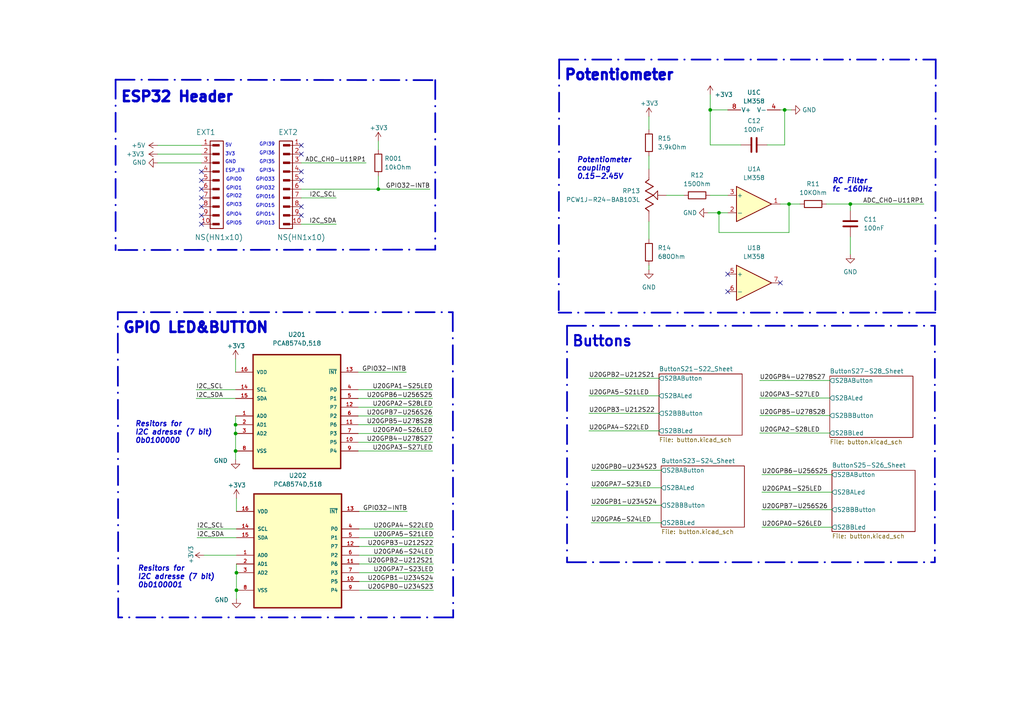
<source format=kicad_sch>
(kicad_sch (version 20211123) (generator eeschema)
  (paper "A4")
  (title_block (title "Peripheral Board") (company "Help-Tec Automation"))
  (lib_symbols
    (symbol "Amplifier_Operational:LM358" (pin_names (offset 0.127))
      (property "Reference" "U" (at 0 5.08 0))
      (property "Value" "LM358" (at 0 -5.08 0))
      (symbol "LM358_1_1"
        (polyline (pts (xy -5.08 5.08) (xy 5.08 0) (xy -5.08 -5.08) (xy -5.08 5.08)) (stroke (width 0.254)) (fill (type background)))
        (pin output line (at 7.62 0 180) (length 2.54) (name "~") (number "1"))
        (pin input line (at -7.62 -2.54 0) (length 2.54) (name "-") (number "2"))
        (pin input line (at -7.62 2.54 0) (length 2.54) (name "+") (number "3"))
      )
      (symbol "LM358_2_1"
        (polyline (pts (xy -5.08 5.08) (xy 5.08 0) (xy -5.08 -5.08) (xy -5.08 5.08)) (stroke (width 0.254)) (fill (type background)))
        (pin input line (at -7.62 2.54 0) (length 2.54) (name "+") (number "5"))
        (pin input line (at -7.62 -2.54 0) (length 2.54) (name "-") (number "6"))
        (pin output line (at 7.62 0 180) (length 2.54) (name "~") (number "7"))
      )
      (symbol "LM358_3_1"
        (pin power_in line (at -2.54 -7.62 90) (length 3.81) (name "V-") (number "4"))
        (pin power_in line (at -2.54 7.62 270) (length 3.81) (name "V+") (number "8"))
      )
    )
    (symbol "CON10_1" (pin_names (offset 1.016))
      (property "Reference" "EXT1" (at 1.27 13.97 0))
      (property "Value" "NS(HN1x10)" (at -2.54 -16.51 0))
      (symbol "CON10_1_0_0"
        (rectangle (start -2.6416 -12.8524) (end -0.8636 -12.4968))
        (rectangle (start -2.6416 -7.7724) (end -0.8636 -7.4168))
        (rectangle (start -2.6416 -5.2324) (end -0.8636 -4.8768))
        (rectangle (start -2.6416 -2.6924) (end -0.8636 -2.3368))
        (rectangle (start -2.6416 -0.1524) (end -0.8636 0.2032))
        (rectangle (start -2.6416 2.3876) (end -0.8636 2.7432))
        (rectangle (start -2.6416 4.9276) (end -0.8636 5.2832))
        (rectangle (start -2.6416 7.4676) (end -0.8636 7.8232))
        (rectangle (start -2.6162 -12.7508) (end -0.9652 -12.6492))
        (rectangle (start -2.6162 -10.3124) (end -0.8382 -9.9568))
        (rectangle (start -2.6162 -7.6708) (end -0.9652 -7.5692))
        (rectangle (start -2.6162 -5.1308) (end -0.9652 -5.0292))
        (rectangle (start -2.6162 -2.5908) (end -0.9652 -2.4892))
        (rectangle (start -2.6162 -0.0508) (end -0.9652 0.0508))
        (rectangle (start -2.6162 2.4892) (end -0.9652 2.5908))
        (rectangle (start -2.6162 5.0292) (end -0.9652 5.1308))
        (rectangle (start -2.6162 7.5692) (end -0.9652 7.6708))
        (rectangle (start -2.6162 10.0076) (end -0.8382 10.3632))
        (rectangle (start -2.5908 -10.1854) (end -0.9398 -10.0838))
        (rectangle (start -2.5908 10.1346) (end -0.9398 10.2362))
        (rectangle (start -0.9652 -12.573) (end -2.6416 -12.7762))
        (rectangle (start -0.9652 -7.493) (end -2.6416 -7.6962))
        (rectangle (start -0.9652 -4.953) (end -2.6416 -5.1562))
        (rectangle (start -0.9652 -2.413) (end -2.6416 -2.6162))
        (rectangle (start -0.9652 0.127) (end -2.6416 -0.0762))
        (rectangle (start -0.9652 2.667) (end -2.6416 2.4638))
        (rectangle (start -0.9652 5.207) (end -2.6416 5.0038))
        (rectangle (start -0.9652 7.747) (end -2.6416 7.5438))
        (rectangle (start -0.8636 -10.0584) (end -2.54 -10.2616))
        (rectangle (start -0.8636 10.2616) (end -2.54 10.0584))
        (rectangle (start -0.7366 -12.3952) (end -2.667 -12.954))
        (rectangle (start -0.7366 -9.8552) (end -2.667 -10.414))
        (rectangle (start -0.7366 -7.3152) (end -2.667 -7.874))
        (rectangle (start -0.7366 -4.7752) (end -2.667 -5.334))
        (rectangle (start -0.7366 -2.2352) (end -2.667 -2.794))
        (rectangle (start -0.7366 0.3048) (end -2.667 -0.254))
        (rectangle (start -0.7366 2.8448) (end -2.667 2.286))
        (rectangle (start -0.7366 5.3848) (end -2.667 4.826))
        (rectangle (start -0.7366 7.9248) (end -2.667 7.366))
        (rectangle (start -0.7366 10.4648) (end -2.667 9.906))
        (polyline (pts (xy 0 -12.7) (xy -0.762 -12.7)))
        (polyline (pts (xy 0 -10.16) (xy -0.762 -10.16)))
        (polyline (pts (xy 0 -7.62) (xy -0.762 -7.62)))
        (polyline (pts (xy 0 -5.08) (xy -0.762 -5.08)))
        (polyline (pts (xy 0 -2.54) (xy -0.762 -2.54)))
        (polyline (pts (xy 0 0) (xy -0.762 0)))
        (polyline (pts (xy 0 2.54) (xy -0.762 2.54)))
        (polyline (pts (xy 0 5.08) (xy -0.762 5.08)))
        (polyline (pts (xy 0 7.62) (xy -0.762 7.62)))
        (polyline (pts (xy 0 10.16) (xy -0.762 10.16)))
      )
      (symbol "CON10_1_0_1"
        (rectangle (start 0 11.43) (end -3.81 -13.97) (stroke (width 0.254)))
      )
      (symbol "CON10_1_1_1"
        (pin power_out line (at 2.54 10.16 180) (length 2.54) (name "~") (number "1"))
        (pin passive line (at 2.54 -12.7 180) (length 2.54) (name "~") (number "10"))
        (pin power_out line (at 2.54 7.62 180) (length 2.54) (name "~") (number "2"))
        (pin power_out line (at 2.54 5.08 180) (length 2.54) (name "~") (number "3"))
        (pin passive line (at 2.54 2.54 180) (length 2.54) (name "~") (number "4"))
        (pin passive line (at 2.54 0 180) (length 2.54) (name "~") (number "5"))
        (pin passive line (at 2.54 -2.54 180) (length 2.54) (name "~") (number "6"))
        (pin passive line (at 2.54 -5.08 180) (length 2.54) (name "~") (number "7"))
        (pin passive line (at 2.54 -7.62 180) (length 2.54) (name "~") (number "8"))
        (pin passive line (at 2.54 -10.16 180) (length 2.54) (name "~") (number "9"))
      )
    )
    (symbol "Device:C" (pin_numbers hide) (pin_names (offset 0.254))
      (property "Reference" "C" (at 0.635 2.54 0))
      (property "Value" "C" (at 0.635 -2.54 0))
      (symbol "C_0_1"
        (polyline (pts (xy -2.032 -0.762) (xy 2.032 -0.762)) (stroke (width 0.508)))
        (polyline (pts (xy -2.032 0.762) (xy 2.032 0.762)) (stroke (width 0.508)))
      )
      (symbol "C_1_1"
        (pin passive line (at 0 3.81 270) (length 2.794) (name "~") (number "1"))
        (pin passive line (at 0 -3.81 90) (length 2.794) (name "~") (number "2"))
      )
    )
    (symbol "Device:R" (pin_numbers hide) (pin_names (offset 0))
      (property "Reference" "R" (at 2.032 0 90))
      (property "Value" "R" (at 0 0 90))
      (symbol "R_0_1"
        (rectangle (start -1.016 -2.54) (end 1.016 2.54) (stroke (width 0.254)))
      )
      (symbol "R_1_1"
        (pin passive line (at 0 3.81 270) (length 1.27) (name "~") (number "1"))
        (pin passive line (at 0 -3.81 90) (length 1.27) (name "~") (number "2"))
      )
    )
    (symbol "ESP32-PoE-ISO_Rev_H:+3.3V" (power) (pin_names (offset 0))
      (property "Value" "+3.3V" (at 0 3.556 0))
      (symbol "+3.3V_0_1"
        (polyline (pts (xy -0.762 1.27) (xy 0 2.54)))
        (polyline (pts (xy 0 0) (xy 0 2.54)))
        (polyline (pts (xy 0 2.54) (xy 0.762 1.27)))
      )
      (symbol "+3.3V_1_1"
        (pin power_in line (at 0 0 90) (length 0) hide (name "+3V3") (number "1"))
      )
    )
    (symbol "ESP32-PoE-ISO_Rev_H:+5V" (power) (pin_names (offset 0))
      (property "Value" "+5V" (at 0 3.556 0))
      (symbol "+5V_0_1"
        (polyline (pts (xy -0.762 1.27) (xy 0 2.54)))
        (polyline (pts (xy 0 0) (xy 0 2.54)))
        (polyline (pts (xy 0 2.54) (xy 0.762 1.27)))
      )
      (symbol "+5V_1_1"
        (pin power_in line (at 0 0 90) (length 0) hide (name "+5V") (number "1"))
      )
    )
    (symbol "ESP32-PoE-ISO_Rev_H:CON10" (pin_names (offset 1.016))
      (property "Reference" "CON" (at -1.27 12.7 0))
      (property "Value" "CON10" (at -1.27 -15.24 0))
      (symbol "CON10_0_0"
        (rectangle (start -2.6416 -12.8524) (end -0.8636 -12.4968))
        (rectangle (start -2.6416 -7.7724) (end -0.8636 -7.4168))
        (rectangle (start -2.6416 -5.2324) (end -0.8636 -4.8768))
        (rectangle (start -2.6416 -2.6924) (end -0.8636 -2.3368))
        (rectangle (start -2.6416 -0.1524) (end -0.8636 0.2032))
        (rectangle (start -2.6416 2.3876) (end -0.8636 2.7432))
        (rectangle (start -2.6416 4.9276) (end -0.8636 5.2832))
        (rectangle (start -2.6416 7.4676) (end -0.8636 7.8232))
        (rectangle (start -2.6162 -12.7508) (end -0.9652 -12.6492))
        (rectangle (start -2.6162 -10.3124) (end -0.8382 -9.9568))
        (rectangle (start -2.6162 -7.6708) (end -0.9652 -7.5692))
        (rectangle (start -2.6162 -5.1308) (end -0.9652 -5.0292))
        (rectangle (start -2.6162 -2.5908) (end -0.9652 -2.4892))
        (rectangle (start -2.6162 -0.0508) (end -0.9652 0.0508))
        (rectangle (start -2.6162 2.4892) (end -0.9652 2.5908))
        (rectangle (start -2.6162 5.0292) (end -0.9652 5.1308))
        (rectangle (start -2.6162 7.5692) (end -0.9652 7.6708))
        (rectangle (start -2.6162 10.0076) (end -0.8382 10.3632))
        (rectangle (start -2.5908 -10.1854) (end -0.9398 -10.0838))
        (rectangle (start -2.5908 10.1346) (end -0.9398 10.2362))
        (rectangle (start -0.9652 -12.573) (end -2.6416 -12.7762))
        (rectangle (start -0.9652 -7.493) (end -2.6416 -7.6962))
        (rectangle (start -0.9652 -4.953) (end -2.6416 -5.1562))
        (rectangle (start -0.9652 -2.413) (end -2.6416 -2.6162))
        (rectangle (start -0.9652 0.127) (end -2.6416 -0.0762))
        (rectangle (start -0.9652 2.667) (end -2.6416 2.4638))
        (rectangle (start -0.9652 5.207) (end -2.6416 5.0038))
        (rectangle (start -0.9652 7.747) (end -2.6416 7.5438))
        (rectangle (start -0.8636 -10.0584) (end -2.54 -10.2616))
        (rectangle (start -0.8636 10.2616) (end -2.54 10.0584))
        (rectangle (start -0.7366 -12.3952) (end -2.667 -12.954))
        (rectangle (start -0.7366 -9.8552) (end -2.667 -10.414))
        (rectangle (start -0.7366 -7.3152) (end -2.667 -7.874))
        (rectangle (start -0.7366 -4.7752) (end -2.667 -5.334))
        (rectangle (start -0.7366 -2.2352) (end -2.667 -2.794))
        (rectangle (start -0.7366 0.3048) (end -2.667 -0.254))
        (rectangle (start -0.7366 2.8448) (end -2.667 2.286))
        (rectangle (start -0.7366 5.3848) (end -2.667 4.826))
        (rectangle (start -0.7366 7.9248) (end -2.667 7.366))
        (rectangle (start -0.7366 10.4648) (end -2.667 9.906))
        (polyline (pts (xy 0 -12.7) (xy -0.762 -12.7)))
        (polyline (pts (xy 0 -10.16) (xy -0.762 -10.16)))
        (polyline (pts (xy 0 -7.62) (xy -0.762 -7.62)))
        (polyline (pts (xy 0 -5.08) (xy -0.762 -5.08)))
        (polyline (pts (xy 0 -2.54) (xy -0.762 -2.54)))
        (polyline (pts (xy 0 0) (xy -0.762 0)))
        (polyline (pts (xy 0 2.54) (xy -0.762 2.54)))
        (polyline (pts (xy 0 5.08) (xy -0.762 5.08)))
        (polyline (pts (xy 0 7.62) (xy -0.762 7.62)))
        (polyline (pts (xy 0 10.16) (xy -0.762 10.16)))
      )
      (symbol "CON10_0_1"
        (rectangle (start 0 11.43) (end -3.81 -13.97) (stroke (width 0.254)))
      )
      (symbol "CON10_1_1"
        (pin passive line (at 2.54 10.16 180) (length 2.54) (name "~") (number "1"))
        (pin passive line (at 2.54 -12.7 180) (length 2.54) (name "~") (number "10"))
        (pin passive line (at 2.54 7.62 180) (length 2.54) (name "~") (number "2"))
        (pin passive line (at 2.54 5.08 180) (length 2.54) (name "~") (number "3"))
        (pin passive line (at 2.54 2.54 180) (length 2.54) (name "~") (number "4"))
        (pin passive line (at 2.54 0 180) (length 2.54) (name "~") (number "5"))
        (pin passive line (at 2.54 -2.54 180) (length 2.54) (name "~") (number "6"))
        (pin passive line (at 2.54 -5.08 180) (length 2.54) (name "~") (number "7"))
        (pin passive line (at 2.54 -7.62 180) (length 2.54) (name "~") (number "8"))
        (pin passive line (at 2.54 -10.16 180) (length 2.54) (name "~") (number "9"))
      )
    )
    (symbol "ESP32-PoE-ISO_Rev_H:GND" (power) (pin_names (offset 0))
      (property "Value" "GND" (at 0 -3.81 0))
      (symbol "GND_0_1"
        (polyline (pts (xy 0 0) (xy 0 -1.27) (xy 1.27 -1.27) (xy 0 -2.54) (xy -1.27 -1.27) (xy 0 -1.27)))
      )
      (symbol "GND_1_1"
        (pin power_in line (at 0 0 270) (length 0) hide (name "GND") (number "1"))
      )
    )
    (symbol "PCA8574:PCA8574D,518" (pin_names (offset 1.016))
      (property "Reference" "U202" (at 0 18.034 0))
      (property "Value" "PCA8574D,518" (at 0 15.494 0))
      (symbol "PCA8574D,518_0_0"
        (rectangle (start -12.7 -20.32) (end 12.7 12.7) (stroke (width 0.4064)) (fill (type background)))
        (pin passive line (at -17.78 -5.08 0) (length 5.08) (name "AD0") (number "1"))
        (pin bidirectional line (at 17.78 -12.7 180) (length 5.08) (name "P5") (number "10"))
        (pin bidirectional line (at 17.78 -7.62 180) (length 5.08) (name "P6") (number "11"))
        (pin bidirectional line (at 17.78 -2.54 180) (length 5.08) (name "P7") (number "12"))
        (pin open_collector line (at 17.78 7.62 180) (length 5.08) (name "~{INT}") (number "13"))
        (pin input line (at -17.78 2.54 0) (length 5.08) (name "SCL") (number "14"))
        (pin input line (at -17.78 0 0) (length 5.08) (name "SDA") (number "15"))
        (pin power_in line (at -17.78 7.62 0) (length 5.08) (name "VDD") (number "16"))
        (pin passive line (at -17.78 -7.62 0) (length 5.08) (name "AD1") (number "2"))
        (pin passive line (at -17.78 -10.16 0) (length 5.08) (name "AD2") (number "3"))
        (pin bidirectional line (at 17.78 2.54 180) (length 5.08) (name "P0") (number "4"))
        (pin bidirectional line (at 17.78 0 180) (length 5.08) (name "P1") (number "5"))
        (pin bidirectional line (at 17.78 -5.08 180) (length 5.08) (name "P2") (number "6"))
        (pin bidirectional line (at 17.78 -10.16 180) (length 5.08) (name "P3") (number "7"))
        (pin passive line (at -17.78 -15.24 0) (length 5.08) (name "VSS") (number "8"))
        (pin bidirectional line (at 17.78 -15.24 180) (length 5.08) (name "P4") (number "9"))
      )
    )
    (symbol "PCA8574D,518_1" (pin_names (offset 1.016))
      (property "Reference" "U201" (at 0 18.542 0))
      (property "Value" "PCA8574D,518" (at 0 16.002 0))
      (symbol "PCA8574D,518_1_0_0"
        (rectangle (start -12.7 -20.32) (end 12.7 12.7) (stroke (width 0.4064)) (fill (type background)))
        (pin passive line (at -17.78 -5.08 0) (length 5.08) (name "AD0") (number "1"))
        (pin bidirectional line (at 17.78 -12.7 180) (length 5.08) (name "P5") (number "10"))
        (pin bidirectional line (at 17.78 -7.62 180) (length 5.08) (name "P6") (number "11"))
        (pin bidirectional line (at 17.78 -2.54 180) (length 5.08) (name "P7") (number "12"))
        (pin open_collector line (at 17.78 7.62 180) (length 5.08) (name "~{INT}") (number "13"))
        (pin input line (at -17.78 2.54 0) (length 5.08) (name "SCL") (number "14"))
        (pin input line (at -17.78 0 0) (length 5.08) (name "SDA") (number "15"))
        (pin power_in line (at -17.78 7.62 0) (length 5.08) (name "VDD") (number "16"))
        (pin passive line (at -17.78 -7.62 0) (length 5.08) (name "AD1") (number "2"))
        (pin passive line (at -17.78 -10.16 0) (length 5.08) (name "AD2") (number "3"))
        (pin bidirectional line (at 17.78 2.54 180) (length 5.08) (name "P0") (number "4"))
        (pin bidirectional line (at 17.78 0 180) (length 5.08) (name "P1") (number "5"))
        (pin bidirectional line (at 17.78 -5.08 180) (length 5.08) (name "P2") (number "6"))
        (pin bidirectional line (at 17.78 -10.16 180) (length 5.08) (name "P3") (number "7"))
        (pin passive line (at -17.78 -15.24 0) (length 5.08) (name "VSS") (number "8"))
        (pin bidirectional line (at 17.78 -15.24 180) (length 5.08) (name "P4") (number "9"))
      )
    )
    (symbol "PCW1J-R24-BAB103L:PCW1J-R24-BAB103L" (pin_numbers hide) (pin_names (offset 1.016) hide)
      (property "Reference" "R" (at -5.08 5.08 0))
      (property "Value" "PCW1J-R24-BAB103L" (at -5.08 2.54 0))
      (symbol "PCW1J-R24-BAB103L_0_0"
        (polyline (pts (xy -5.08 0) (xy -4.572 0)) (stroke (width 0.1524)))
        (polyline (pts (xy -4.572 0) (xy -3.81 1.016)) (stroke (width 0.254)))
        (polyline (pts (xy -3.81 1.016) (xy -2.54 -1.27)) (stroke (width 0.254)))
        (polyline (pts (xy -2.54 -1.27) (xy -1.27 1.016)) (stroke (width 0.254)))
        (polyline (pts (xy -1.27 -2.54) (xy 0 -1.27)) (stroke (width 0.2032)))
        (polyline (pts (xy -1.27 1.016) (xy 0 -1.27)) (stroke (width 0.254)))
        (polyline (pts (xy 0 -1.27) (xy 1.27 -2.54)) (stroke (width 0.2032)))
        (polyline (pts (xy 0 -1.27) (xy 1.27 1.016)) (stroke (width 0.254)))
        (polyline (pts (xy 1.27 -2.54) (xy -1.27 -2.54)) (stroke (width 0.2032)))
        (polyline (pts (xy 1.27 1.016) (xy 2.54 -1.27)) (stroke (width 0.254)))
        (polyline (pts (xy 2.54 -1.27) (xy 3.81 1.016)) (stroke (width 0.254)))
        (polyline (pts (xy 3.81 1.016) (xy 4.572 0)) (stroke (width 0.254)))
        (polyline (pts (xy 4.572 0) (xy 5.08 0)) (stroke (width 0.1524)))
        (pin passive line (at -7.62 0 0) (length 2.54) (name "~") (number "1"))
        (pin passive line (at 0 -5.08 90) (length 2.54) (name "~") (number "2"))
        (pin passive line (at 7.62 0 180) (length 2.54) (name "~") (number "3"))
      )
    )
    (symbol "power:GND" (power) (pin_names (offset 0))
      (property "Value" "GND" (at 0 -3.81 0))
      (symbol "GND_0_1"
        (polyline (pts (xy 0 0) (xy 0 -1.27) (xy 1.27 -1.27) (xy 0 -2.54) (xy -1.27 -1.27) (xy 0 -1.27)))
      )
      (symbol "GND_1_1"
        (pin power_in line (at 0 0 270) (length 0) hide (name "GND") (number "1"))
      )
    )
  )
  (junction (at 68.58 166.116))
  (junction (at 227.584 31.877))
  (junction (at 246.634 59.182))
  (junction (at 68.326 125.73))
  (junction (at 68.326 123.19))
  (junction (at 205.994 31.877))
  (junction (at 208.534 61.722))
  (junction (at 68.326 130.81))
  (junction (at 68.58 171.196))
  (junction (at 228.854 59.182))
  (junction (at 109.728 54.864))
  (no_connect (at 58.42 62.484))
  (no_connect (at 87.376 44.704))
  (no_connect (at 58.42 59.944))
  (no_connect (at 58.42 54.864))
  (no_connect (at 87.376 59.944))
  (no_connect (at 87.376 42.164))
  (no_connect (at 87.376 49.784))
  (no_connect (at 211.074 84.582))
  (no_connect (at 211.074 79.502))
  (no_connect (at 226.314 82.042))
  (no_connect (at 58.42 52.324))
  (no_connect (at 58.42 65.024))
  (no_connect (at 58.42 57.404))
  (no_connect (at 87.376 62.484))
  (no_connect (at 58.42 49.784))
  (no_connect (at 87.376 52.324))
  (wire (pts (xy 57.15 153.416) (xy 68.58 153.416)))
  (wire (pts (xy 188.214 76.962) (xy 188.214 78.232)))
  (wire (pts (xy 109.728 40.894) (xy 109.728 43.434)))
  (wire (pts (xy 170.815 124.968) (xy 191.135 124.968)))
  (wire (pts (xy 58.42 44.704) (xy 45.72 44.704)))
  (wire (pts (xy 103.886 128.27) (xy 125.476 128.27)))
  (polyline (pts (xy 34.29 179.07) (xy 34.163 90.551)) (stroke (width 0.5) (type dash_dot)))
  (wire (pts (xy 267.97 59.182) (xy 246.634 59.182)))
  (wire (pts (xy 125.73 158.496) (xy 104.14 158.496)))
  (wire (pts (xy 205.994 27.432) (xy 205.994 31.877)))
  (wire (pts (xy 220.98 147.828) (xy 241.3 147.828)))
  (wire (pts (xy 220.345 115.443) (xy 240.665 115.443)))
  (wire (pts (xy 191.135 109.728) (xy 170.815 109.728)))
  (wire (pts (xy 171.45 141.478) (xy 191.77 141.478)))
  (wire (pts (xy 220.98 137.668) (xy 241.3 137.668)))
  (wire (pts (xy 170.815 119.888) (xy 191.135 119.888)))
  (wire (pts (xy 171.45 146.558) (xy 191.77 146.558)))
  (wire (pts (xy 125.73 166.116) (xy 104.14 166.116)))
  (wire (pts (xy 214.884 42.037) (xy 205.994 42.037)))
  (polyline (pts (xy 34.163 90.551) (xy 131.318 90.551)) (stroke (width 0.5) (type dash_dot)))
  (polyline (pts (xy 162.179 17.272) (xy 271.399 17.272)) (stroke (width 0.5) (type dash_dot)))
  (polyline (pts (xy 271.399 17.272) (xy 271.272 90.678)) (stroke (width 0.5) (type dash_dot)))
  (wire (pts (xy 125.73 161.036) (xy 104.14 161.036)))
  (wire (pts (xy 220.345 110.363) (xy 240.665 110.363)))
  (wire (pts (xy 68.58 166.116) (xy 68.58 171.196)))
  (wire (pts (xy 222.504 42.037) (xy 227.584 42.037)))
  (wire (pts (xy 109.728 54.864) (xy 87.376 54.864)))
  (wire (pts (xy 125.476 115.57) (xy 103.886 115.57)))
  (wire (pts (xy 68.326 123.19) (xy 68.326 125.73)))
  (wire (pts (xy 103.886 130.81) (xy 125.476 130.81)))
  (wire (pts (xy 109.728 51.054) (xy 109.728 54.864)))
  (wire (pts (xy 205.359 61.722) (xy 208.534 61.722)))
  (wire (pts (xy 103.886 125.73) (xy 125.476 125.73)))
  (wire (pts (xy 124.714 54.864) (xy 109.728 54.864)))
  (wire (pts (xy 125.476 120.65) (xy 103.886 120.65)))
  (wire (pts (xy 208.534 67.437) (xy 228.854 67.437)))
  (polyline (pts (xy 131.318 90.551) (xy 131.445 179.07)) (stroke (width 0.5) (type dash_dot)))
  (wire (pts (xy 68.58 155.956) (xy 57.15 155.956)))
  (wire (pts (xy 125.73 163.576) (xy 104.14 163.576)))
  (wire (pts (xy 125.73 155.956) (xy 104.14 155.956)))
  (wire (pts (xy 220.98 152.908) (xy 241.3 152.908)))
  (wire (pts (xy 68.326 125.73) (xy 68.326 130.81)))
  (wire (pts (xy 208.534 61.722) (xy 208.534 67.437)))
  (wire (pts (xy 220.345 120.523) (xy 240.665 120.523)))
  (polyline (pts (xy 271.145 94.488) (xy 271.145 163.068)) (stroke (width 0.5) (type dash_dot)))
  (wire (pts (xy 171.45 136.398) (xy 191.77 136.398)))
  (polyline (pts (xy 126.238 72.39) (xy 33.528 72.517)) (stroke (width 0.5) (type dash_dot)))
  (wire (pts (xy 220.98 142.748) (xy 241.3 142.748)))
  (polyline (pts (xy 164.465 94.488) (xy 164.465 163.068)) (stroke (width 0.5) (type dash_dot)))
  (wire (pts (xy 211.074 31.877) (xy 205.994 31.877)))
  (wire (pts (xy 68.326 104.14) (xy 68.326 107.95)))
  (polyline (pts (xy 131.445 179.07) (xy 34.29 179.07)) (stroke (width 0.5) (type dash_dot)))
  (polyline (pts (xy 164.465 94.488) (xy 271.145 94.488)) (stroke (width 0.5) (type dash_dot)))
  (wire (pts (xy 45.72 42.164) (xy 58.42 42.164)))
  (wire (pts (xy 106.172 47.244) (xy 87.376 47.244)))
  (wire (pts (xy 246.634 68.707) (xy 246.634 73.787)))
  (polyline (pts (xy 126.238 23.241) (xy 126.238 72.39)) (stroke (width 0.5) (type dash_dot)))
  (wire (pts (xy 227.584 31.877) (xy 229.489 31.877)))
  (wire (pts (xy 171.45 151.638) (xy 191.77 151.638)))
  (wire (pts (xy 104.14 148.336) (xy 118.11 148.336)))
  (wire (pts (xy 205.994 42.037) (xy 205.994 31.877)))
  (wire (pts (xy 58.42 47.244) (xy 45.72 47.244)))
  (wire (pts (xy 227.584 42.037) (xy 227.584 31.877)))
  (wire (pts (xy 226.314 31.877) (xy 227.584 31.877)))
  (wire (pts (xy 226.314 59.182) (xy 228.854 59.182)))
  (wire (pts (xy 170.815 114.808) (xy 191.135 114.808)))
  (wire (pts (xy 125.476 118.11) (xy 103.886 118.11)))
  (polyline (pts (xy 33.528 23.114) (xy 33.528 72.517)) (stroke (width 0.5) (type dash_dot)))
  (wire (pts (xy 97.536 65.024) (xy 87.376 65.024)))
  (wire (pts (xy 87.376 57.404) (xy 97.536 57.404)))
  (wire (pts (xy 205.994 56.642) (xy 211.074 56.642)))
  (polyline (pts (xy 271.272 90.678) (xy 162.052 90.678)) (stroke (width 0.5) (type dash_dot)))
  (wire (pts (xy 228.854 67.437) (xy 228.854 59.182)))
  (polyline (pts (xy 33.528 23.114) (xy 126.238 23.241)) (stroke (width 0.5) (type dash_dot)))
  (wire (pts (xy 125.73 168.656) (xy 104.14 168.656)))
  (wire (pts (xy 193.294 56.642) (xy 198.374 56.642)))
  (wire (pts (xy 68.326 130.81) (xy 68.326 133.35)))
  (wire (pts (xy 208.534 61.722) (xy 211.074 61.722)))
  (polyline (pts (xy 164.465 163.068) (xy 271.145 163.068)) (stroke (width 0.5) (type dash_dot)))
  (wire (pts (xy 246.634 59.182) (xy 246.634 61.087)))
  (wire (pts (xy 56.896 113.03) (xy 68.326 113.03)))
  (wire (pts (xy 125.73 153.416) (xy 104.14 153.416)))
  (wire (pts (xy 68.326 115.57) (xy 56.896 115.57)))
  (wire (pts (xy 68.326 120.65) (xy 68.326 123.19)))
  (polyline (pts (xy 162.179 17.272) (xy 162.052 90.678)) (stroke (width 0.5) (type dash_dot)))
  (wire (pts (xy 125.476 113.03) (xy 103.886 113.03)))
  (wire (pts (xy 59.182 161.036) (xy 68.58 161.036)))
  (wire (pts (xy 220.345 125.603) (xy 240.665 125.603)))
  (wire (pts (xy 68.58 171.196) (xy 68.58 173.736)))
  (wire (pts (xy 188.214 33.782) (xy 188.214 37.592)))
  (wire (pts (xy 188.214 45.212) (xy 188.214 49.022)))
  (wire (pts (xy 68.58 163.576) (xy 68.58 166.116)))
  (wire (pts (xy 125.73 171.196) (xy 104.14 171.196)))
  (wire (pts (xy 68.58 144.526) (xy 68.58 148.336)))
  (wire (pts (xy 228.854 59.182) (xy 232.029 59.182)))
  (wire (pts (xy 103.886 107.95) (xy 117.856 107.95)))
  (wire (pts (xy 103.886 123.19) (xy 125.476 123.19)))
  (wire (pts (xy 239.649 59.182) (xy 246.634 59.182)))
  (wire (pts (xy 188.214 64.262) (xy 188.214 69.342)))
  (text "GPIO16" (at 79.756 57.785 180) (effects (font (size 1 1)) (justify right bottom)))
  (text "GND" (at 65.278 47.625 0) (effects (font (size 1 1)) (justify left bottom)))
  (text "GPI39" (at 79.756 42.545 180) (effects (font (size 1 1)) (justify right bottom)))
  (text "Potentiometer\ncoupling\n0.15-2.45V" (at 167.259 52.197 0) (effects (font (size 1.5 1.5) (thickness 0.3) bold italic) (justify left bottom)))
  (text "GPIO32" (at 79.756 55.245 180) (effects (font (size 1 1)) (justify right bottom)))
  (text "Potentiometer" (at 163.449 23.622 0) (effects (font (size 3 3) (thickness 2) bold) (justify left bottom)))
  (text "Buttons" (at 165.735 100.838 0) (effects (font (size 3 3) (thickness 0.6) bold) (justify left bottom)))
  (text "Resitors for\nI2C adresse (7 bit)\n0b0100000" (at 39.116 128.778 0) (effects (font (size 1.5 1.5) (thickness 0.3) bold italic) (justify left bottom)))
  (text "5V" (at 65.278 42.799 0) (effects (font (size 1 1)) (justify left bottom)))
  (text "GPIO2" (at 65.532 57.531 0) (effects (font (size 1 1)) (justify left bottom)))
  (text "GPI35" (at 79.756 47.625 180) (effects (font (size 1 1)) (justify right bottom)))
  (text "GPI34" (at 79.756 50.165 180) (effects (font (size 1 1)) (justify right bottom)))
  (text "GPIO14" (at 79.756 62.865 180) (effects (font (size 1 1)) (justify right bottom)))
  (text "GPIO5" (at 65.532 65.405 0) (effects (font (size 1 1)) (justify left bottom)))
  (text "ESP_EN" (at 65.278 50.165 0) (effects (font (size 1 1)) (justify left bottom)))
  (text "Resitors for\nI2C adresse (7 bit)\n0b0100001" (at 39.878 170.688 0) (effects (font (size 1.5 1.5) (thickness 0.3) bold italic) (justify left bottom)))
  (text "3V3" (at 65.278 45.339 0) (effects (font (size 1 1)) (justify left bottom)))
  (text "GPI36" (at 79.756 45.085 180) (effects (font (size 1 1)) (justify right bottom)))
  (text "ESP32 Header" (at 34.798 29.972 0) (effects (font (size 3 3) (thickness 2) bold) (justify left bottom)))
  (text "GPIO13" (at 79.756 65.405 180) (effects (font (size 1 1)) (justify right bottom)))
  (text "GPIO0" (at 65.532 52.705 0) (effects (font (size 1 1)) (justify left bottom)))
  (text "GPIO1" (at 65.532 55.245 0) (effects (font (size 1 1)) (justify left bottom)))
  (text "RC Filter\nfc ~160Hz" (at 241.3 55.88 0) (effects (font (size 1.5 1.5) (thickness 0.3) bold italic) (justify left bottom)))
  (text "GPIO3" (at 65.532 60.071 0) (effects (font (size 1 1)) (justify left bottom)))
  (text "GPIO LED&BUTTON" (at 35.433 96.901 0) (effects (font (size 3 3) (thickness 1) bold) (justify left bottom)))
  (text "GPIO4" (at 65.532 62.865 0) (effects (font (size 1 1)) (justify left bottom)))
  (text "GPIO15" (at 79.756 60.325 180) (effects (font (size 1 1)) (justify right bottom)))
  (text "GPIO33" (at 79.756 52.705 180) (effects (font (size 1 1)) (justify right bottom)))
  (label "U20GPB5-U278S28" (at 125.476 123.19 180))
  (label "ADC_CH0-U11RP1" (at 267.97 59.182 180))
  (label "U20GPB0-U234S23" (at 125.73 171.196 180))
  (label "GPIO32-INTB" (at 117.856 107.95 180))
  (label "U20GPB7-U256S26" (at 220.98 147.828 0))
  (label "I2C_SCL" (at 97.536 57.404 180))
  (label "U20GPA4-S22LED" (at 170.815 124.968 0))
  (label "U20GPB4-U278S27" (at 125.476 128.27 180))
  (label "U20GPB4-U278S27" (at 220.345 110.363 0))
  (label "GPIO32-INTB" (at 124.714 54.864 180))
  (label "U20GPA7-S23LED" (at 171.45 141.478 0))
  (label "U20GPB1-U234S24" (at 125.73 168.656 180))
  (label "U20GPA1-S25LED" (at 125.476 113.03 180))
  (label "ADC_CH0-U11RP1" (at 106.172 47.244 180))
  (label "GPIO32-INTB" (at 118.11 148.336 180))
  (label "I2C_SCL" (at 56.896 113.03 0))
  (label "U20GPB7-U256S26" (at 125.476 120.65 180))
  (label "U20GPB1-U234S24" (at 171.45 146.558 0))
  (label "U20GPA0-S26LED" (at 125.476 125.73 180))
  (label "U20GPB5-U278S28" (at 220.345 120.523 0))
  (label "U20GPA3-S27LED" (at 125.476 130.81 180))
  (label "U20GPA0-S26LED" (at 220.98 152.908 0))
  (label "I2C_SDA" (at 97.536 65.024 180))
  (label "I2C_SCL" (at 57.15 153.416 0))
  (label "U20GPB6-U256S25" (at 220.98 137.668 0))
  (label "U20GPA7-S23LED" (at 125.73 166.116 180))
  (label "U20GPA2-S28LED" (at 220.345 125.603 0))
  (label "U20GPB6-U256S25" (at 125.476 115.57 180))
  (label "U20GPA1-S25LED" (at 220.98 142.748 0))
  (label "U20GPA5-S21LED" (at 170.815 114.808 0))
  (label "U20GPB3-U212S22" (at 125.73 158.496 180))
  (label "U20GPA6-S24LED" (at 125.73 161.036 180))
  (label "U20GPB0-U234S23" (at 171.45 136.398 0))
  (label "U20GPA6-S24LED" (at 171.45 151.638 0))
  (label "U20GPA5-S21LED" (at 125.73 155.956 180))
  (label "I2C_SDA" (at 57.15 155.956 0))
  (label "U20GPB2-U212S21" (at 170.815 109.728 0))
  (label "U20GPB2-U212S21" (at 125.73 163.576 180))
  (label "U20GPB3-U212S22" (at 170.815 119.888 0))
  (label "I2C_SDA" (at 56.896 115.57 0))
  (label "U20GPA3-S27LED" (at 220.345 115.443 0))
  (label "U20GPA4-S22LED" (at 125.73 153.416 180))
  (label "U20GPA2-S28LED" (at 125.476 118.11 180))
  (symbol (lib_id "power:GND") (at 229.489 31.877 90) (unit 1)
    (property "Reference" "#PWR0146" (effects hide))
    (property "Value" "GND" (at 232.664 31.8769 90) (effects (justify right)))
  )
  (symbol (lib_id "Device:C") (at 246.634 64.897 0) (unit 1)
    (property "Reference" "C11" (at 250.444 63.6269 0) (effects (justify left)))
    (property "Value" "100nF" (at 250.444 66.1669 0) (effects (justify left)))
    (property "Footprint" "Capacitor_SMD:C_0603_1608Metric" (effects hide))
  )
  (symbol (lib_id "Device:R") (at 202.184 56.642 90) (unit 1)
    (property "Reference" "R12" (at 202.184 50.8 90))
    (property "Value" "150Ohm" (at 202.184 53.34 90))
    (property "Footprint" "Resistor_SMD:R_0603_1608Metric" (effects hide))
  )
  (symbol (lib_id "Device:C") (at 218.694 42.037 90) (unit 1)
    (property "Reference" "C12" (at 218.694 35.052 90))
    (property "Value" "100nF" (at 218.694 37.592 90))
    (property "Footprint" "Capacitor_SMD:C_0603_1608Metric" (effects hide))
  )
  (symbol (lib_id "ESP32-PoE-ISO_Rev_H:+3.3V") (at 45.72 44.704 90) (unit 1)
    (property "Reference" "#PWR0103" (effects hide))
    (property "Value" "+3.3V" (at 41.91 44.7039 90) (effects (justify left)))
  )
  (symbol (lib_id "power:GND") (at 205.359 61.722 270) (unit 1)
    (property "Reference" "#PWR0150" (effects hide))
    (property "Value" "GND" (at 202.184 61.7219 90) (effects (justify right)))
  )
  (symbol (lib_id "ESP32-PoE-ISO_Rev_H:+5V") (at 45.72 42.164 90) (unit 1)
    (property "Reference" "#PWR0136" (effects hide))
    (property "Value" "+5V" (at 38.1 42.164 90) (effects (justify right)))
  )
  (symbol (lib_name "CON10_1") (lib_id "ESP32-PoE-ISO_Rev_H:CON10") (at 60.96 52.324 0) (mirror y) (unit 1)
    (property "Reference" "EXT1" (at 59.69 38.354 0) (effects (font (size 1.524 1.524))))
    (property "Value" "NS(HN1x10)" (at 63.5 68.834 0) (effects (font (size 1.524 1.524))))
    (property "Footprint" "connecteur:HN1x10" (effects hide))
  )
  (symbol (lib_id "power:GND") (at 188.214 78.232 0) (unit 1)
    (property "Reference" "#PWR0115" (effects hide))
    (property "Value" "GND" (at 188.214 83.312 0))
  )
  (symbol (lib_id "power:GND") (at 246.634 73.787 0) (unit 1)
    (property "Reference" "#PWR0149" (effects hide))
    (property "Value" "GND" (at 246.634 78.867 0))
  )
  (symbol (lib_id "Amplifier_Operational:LM358") (at 218.694 59.182 0) (unit 1)
    (property "Reference" "U1" (at 218.694 49.022 0))
    (property "Value" "LM358" (at 218.694 51.562 0))
    (property "Footprint" "Package_SO:SOIC-8_5.275x5.275mm_P1.27mm" (effects hide))
    (property "Datasheet" "http://www.ti.com/lit/ds/symlink/lm2904-n.pdf" (effects hide))
  )
  (symbol (lib_id "ESP32-PoE-ISO_Rev_H:+3.3V") (at 205.994 27.432 0) (unit 1)
    (property "Reference" "#PWR0120" (effects hide))
    (property "Value" "+3.3V" (at 207.264 27.432 0) (effects (justify left)))
  )
  (symbol (lib_id "ESP32-PoE-ISO_Rev_H:+3.3V") (at 109.728 40.894 0) (unit 1)
    (property "Reference" "#PWR0140" (effects hide))
    (property "Value" "+3.3V" (at 107.188 37.084 0) (effects (justify left)))
  )
  (symbol (lib_id "ESP32-PoE-ISO_Rev_H:+3.3V") (at 68.58 144.526 0) (unit 1)
    (property "Reference" "#PWR0142" (effects hide))
    (property "Value" "+3.3V" (at 66.04 140.716 0) (effects (justify left)))
  )
  (symbol (lib_id "ESP32-PoE-ISO_Rev_H:GND") (at 45.72 47.244 270) (mirror x) (unit 1)
    (property "Reference" "#PWR0131" (effects hide))
    (property "Value" "GND" (at 42.4688 47.117 90) (effects (justify right)))
  )
  (symbol (lib_id "Device:R") (at 188.214 73.152 0) (unit 1)
    (property "Reference" "R14" (at 190.754 71.8819 0) (effects (justify left)))
    (property "Value" "680Ohm" (at 190.754 74.4219 0) (effects (justify left)))
    (property "Footprint" "Resistor_SMD:R_0603_1608Metric" (effects hide))
  )
  (symbol (lib_id "ESP32-PoE-ISO_Rev_H:+3.3V") (at 68.326 104.14 0) (unit 1)
    (property "Reference" "#PWR0155" (effects hide))
    (property "Value" "+3.3V" (at 65.786 100.33 0) (effects (justify left)))
  )
  (symbol (lib_id "ESP32-PoE-ISO_Rev_H:CON10") (at 84.836 52.324 0) (unit 1)
    (property "Reference" "EXT2" (at 83.566 38.354 0) (effects (font (size 1.524 1.524))))
    (property "Value" "NS(HN1x10)" (at 87.376 68.834 0) (effects (font (size 1.524 1.524))))
    (property "Footprint" "connecteur:HN1x10" (effects hide))
  )
  (symbol (lib_id "Device:R") (at 235.839 59.182 90) (unit 1)
    (property "Reference" "R11" (at 235.839 53.34 90))
    (property "Value" "10KOhm" (at 235.839 55.88 90))
    (property "Footprint" "Resistor_SMD:R_0603_1608Metric" (effects hide))
  )
  (symbol (lib_id "power:GND") (at 68.58 173.736 0) (unit 1)
    (property "Reference" "#PWR0151" (effects hide))
    (property "Value" "GND" (at 62.23 173.99 0) (effects (justify left)))
  )
  (symbol (lib_id "PCW1J-R24-BAB103L:PCW1J-R24-BAB103L") (at 188.214 56.642 90) (mirror x) (unit 1)
    (property "Reference" "RP13" (at 185.674 55.3719 90) (effects (justify left)))
    (property "Value" "PCW1J-R24-BAB103L" (at 185.674 57.9119 90) (effects (justify left)))
    (property "Footprint" "PCW1J-R24-BAB103L:TRIM_PCW1J-R24-BAB103L" (effects hide))
    (property "MAXIMUM_PACKAGE_HIEGHT" "32.31mm" (effects hide))
    (property "STANDARD" "Manufacturer Recommendations" (effects hide))
    (property "PARTREV" "10/19" (effects hide))
    (property "MANUFACTURER" "Bourns" (effects hide))
  )
  (symbol (lib_id "power:GND") (at 68.326 133.35 0) (unit 1)
    (property "Reference" "#PWR0144" (effects hide))
    (property "Value" "GND" (at 61.976 133.604 0) (effects (justify left)))
  )
  (symbol (lib_id "ESP32-PoE-ISO_Rev_H:+3.3V") (at 59.182 161.036 90) (unit 1)
    (property "Reference" "#PWR0154" (effects hide))
    (property "Value" "+3.3V" (at 55.372 163.576 0) (effects (justify left)))
  )
  (symbol (lib_id "Amplifier_Operational:LM358") (at 218.694 29.337 90) (unit 3)
    (property "Reference" "U1" (at 218.694 26.797 90))
    (property "Value" "LM358" (at 218.694 29.337 90))
    (property "Footprint" "Package_SO:SOIC-8_5.275x5.275mm_P1.27mm" (effects hide))
    (property "Datasheet" "http://www.ti.com/lit/ds/symlink/lm2904-n.pdf" (effects hide))
  )
  (symbol (lib_id "ESP32-PoE-ISO_Rev_H:+3.3V") (at 188.214 33.782 0) (unit 1)
    (property "Reference" "#PWR0123" (effects hide))
    (property "Value" "+3.3V" (at 185.674 29.972 0) (effects (justify left)))
  )
  (symbol (lib_id "Device:R") (at 109.728 47.244 0) (unit 1)
    (property "Reference" "R001" (at 111.506 45.9739 0) (effects (justify left)))
    (property "Value" "10kOhm" (at 111.506 48.5139 0) (effects (justify left)))
    (property "Footprint" "Resistor_SMD:R_0603_1608Metric" (effects hide))
  )
  (symbol (lib_id "PCA8574:PCA8574D,518") (at 86.36 155.956 0) (unit 1)
    (property "Reference" "U202" (at 86.36 137.922 0))
    (property "Value" "PCA8574D,518" (at 86.36 140.462 0))
    (property "Footprint" "PCA8574D_518:SOIC127P1032X265-16N" (effects hide))
    (property "OC_FARNELL" "-" (effects hide))
    (property "MPN" "PCA8574D,518" (effects hide))
    (property "PACKAGE" "SO-16" (effects hide))
    (property "OC_NEWARK" "70R6402" (effects hide))
    (property "SUPPLIER" "NXP" (effects hide))
  )
  (symbol (lib_name "PCA8574D,518_1") (lib_id "PCA8574:PCA8574D,518") (at 86.106 115.57 0) (unit 1)
    (property "Reference" "U201" (at 86.106 97.028 0))
    (property "Value" "PCA8574D,518" (at 86.106 99.568 0))
    (property "Footprint" "PCA8574D_518:SOIC127P1032X265-16N" (effects hide))
    (property "OC_FARNELL" "-" (effects hide))
    (property "MPN" "PCA8574D,518" (effects hide))
    (property "PACKAGE" "SO-16" (effects hide))
    (property "OC_NEWARK" "70R6402" (effects hide))
    (property "SUPPLIER" "NXP" (effects hide))
  )
  (symbol (lib_id "Amplifier_Operational:LM358") (at 218.694 82.042 0) (unit 2)
    (property "Reference" "U1" (at 218.694 71.882 0))
    (property "Value" "LM358" (at 218.694 74.422 0))
    (property "Footprint" "Package_SO:SOIC-8_5.275x5.275mm_P1.27mm" (effects hide))
    (property "Datasheet" "http://www.ti.com/lit/ds/symlink/lm2904-n.pdf" (effects hide))
  )
  (symbol (lib_id "Device:R") (at 188.214 41.402 0) (unit 1)
    (property "Reference" "R15" (at 190.754 40.1319 0) (effects (justify left)))
    (property "Value" "3.9kOhm" (at 190.754 42.6719 0) (effects (justify left)))
    (property "Footprint" "Resistor_SMD:R_0603_1608Metric" (effects hide))
  )
  (sheet (at 240.665 109.093) (size 24.13 17.78) (stroke (width 0.1524))
    (property "Sheet name" "ButtonS27-S28_Sheet" (at 240.665 108.3814 0) (effects (justify left bottom)))
    (property "Sheet file" "button.kicad_sch" (at 240.665 127.4576 0) (effects (justify left top)))
    (pin "S2BBButton" output (at 240.665 120.523 180))
    (pin "S2BAButton" output (at 240.665 110.363 180))
    (pin "S2BALed" output (at 240.665 115.443 180))
    (pin "S2BBLed" output (at 240.665 125.603 180))
  )
  (sheet (at 191.135 108.458) (size 24.13 17.78) (stroke (width 0.1524))
    (property "Sheet name" "ButtonS21-S22_Sheet" (at 191.135 107.7464 0) (effects (justify left bottom)))
    (property "Sheet file" "button.kicad_sch" (at 191.135 126.8226 0) (effects (justify left top)))
    (pin "S2BBButton" output (at 191.135 119.888 180))
    (pin "S2BAButton" output (at 191.135 109.728 180))
    (pin "S2BALed" output (at 191.135 114.808 180))
    (pin "S2BBLed" output (at 191.135 124.968 180))
  )
  (sheet (at 241.3 136.398) (size 24.13 17.78) (stroke (width 0.1524))
    (property "Sheet name" "ButtonS25-S26_Sheet" (at 241.3 135.6864 0) (effects (justify left bottom)))
    (property "Sheet file" "button.kicad_sch" (at 241.3 154.7626 0) (effects (justify left top)))
    (pin "S2BBButton" output (at 241.3 147.828 180))
    (pin "S2BAButton" output (at 241.3 137.668 180))
    (pin "S2BALed" output (at 241.3 142.748 180))
    (pin "S2BBLed" output (at 241.3 152.908 180))
  )
  (sheet (at 191.77 135.128) (size 24.13 17.78) (stroke (width 0.1524))
    (property "Sheet name" "ButtonS23-S24_Sheet" (at 191.77 134.4164 0) (effects (justify left bottom)))
    (property "Sheet file" "button.kicad_sch" (at 191.77 153.4926 0) (effects (justify left top)))
    (pin "S2BBButton" output (at 191.77 146.558 180))
    (pin "S2BAButton" output (at 191.77 136.398 180))
    (pin "S2BALed" output (at 191.77 141.478 180))
    (pin "S2BBLed" output (at 191.77 151.638 180))
  )
)
</source>
